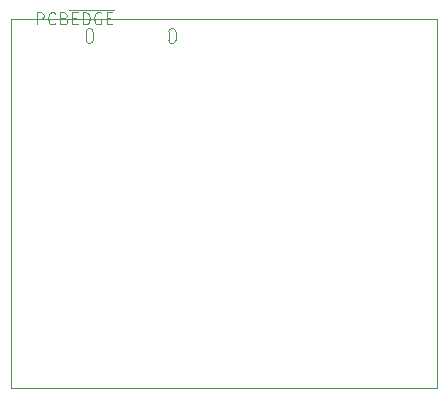
<source format=gbr>
G04 #@! TF.GenerationSoftware,KiCad,Pcbnew,(5.1.4)-1*
G04 #@! TF.CreationDate,2019-09-17T16:39:36-04:00*
G04 #@! TF.ProjectId,led_lock_ctrl,6c65645f-6c6f-4636-9b5f-6374726c2e6b,rev?*
G04 #@! TF.SameCoordinates,Original*
G04 #@! TF.FileFunction,Profile,NP*
%FSLAX46Y46*%
G04 Gerber Fmt 4.6, Leading zero omitted, Abs format (unit mm)*
G04 Created by KiCad (PCBNEW (5.1.4)-1) date 2019-09-17 16:39:36*
%MOMM*%
%LPD*%
G04 APERTURE LIST*
%ADD10C,0.050000*%
%ADD11C,0.000100*%
G04 APERTURE END LIST*
D10*
X162814000Y-119634000D02*
X195580000Y-119634000D01*
X162814000Y-88392000D02*
X162814000Y-119634000D01*
X198882000Y-88392000D02*
X162814000Y-88392000D01*
X198882000Y-119634000D02*
X198882000Y-88392000D01*
X195580000Y-119634000D02*
X198882000Y-119634000D01*
D11*
X169774000Y-89470000D02*
X169774000Y-90170000D01*
X169474000Y-89170000D02*
G75*
G02X169774000Y-89470000I0J-300000D01*
G01*
X169174000Y-89470000D02*
G75*
G02X169474000Y-89170000I300000J0D01*
G01*
X169174000Y-90170000D02*
X169174000Y-89470000D01*
X169474000Y-90470000D02*
G75*
G02X169174000Y-90170000I0J300000D01*
G01*
X169774000Y-90170000D02*
G75*
G02X169474000Y-90470000I-300000J0D01*
G01*
X176774000Y-89470000D02*
X176774000Y-90170000D01*
X176474000Y-89170000D02*
G75*
G02X176774000Y-89470000I0J-300000D01*
G01*
X176174000Y-89470000D02*
G75*
G02X176474000Y-89170000I300000J0D01*
G01*
X176174000Y-90170000D02*
X176174000Y-89470000D01*
X176474000Y-90470000D02*
G75*
G02X176174000Y-90170000I0J300000D01*
G01*
X176774000Y-90170000D02*
G75*
G02X176474000Y-90470000I-300000J0D01*
G01*
D10*
X164999343Y-88819380D02*
X164999343Y-87819380D01*
X165380295Y-87819380D01*
X165475533Y-87867000D01*
X165523152Y-87914619D01*
X165570771Y-88009857D01*
X165570771Y-88152714D01*
X165523152Y-88247952D01*
X165475533Y-88295571D01*
X165380295Y-88343190D01*
X164999343Y-88343190D01*
X166570771Y-88724142D02*
X166523152Y-88771761D01*
X166380295Y-88819380D01*
X166285057Y-88819380D01*
X166142200Y-88771761D01*
X166046962Y-88676523D01*
X165999343Y-88581285D01*
X165951724Y-88390809D01*
X165951724Y-88247952D01*
X165999343Y-88057476D01*
X166046962Y-87962238D01*
X166142200Y-87867000D01*
X166285057Y-87819380D01*
X166380295Y-87819380D01*
X166523152Y-87867000D01*
X166570771Y-87914619D01*
X167332676Y-88295571D02*
X167475533Y-88343190D01*
X167523152Y-88390809D01*
X167570771Y-88486047D01*
X167570771Y-88628904D01*
X167523152Y-88724142D01*
X167475533Y-88771761D01*
X167380295Y-88819380D01*
X166999343Y-88819380D01*
X166999343Y-87819380D01*
X167332676Y-87819380D01*
X167427914Y-87867000D01*
X167475533Y-87914619D01*
X167523152Y-88009857D01*
X167523152Y-88105095D01*
X167475533Y-88200333D01*
X167427914Y-88247952D01*
X167332676Y-88295571D01*
X166999343Y-88295571D01*
X167761248Y-87582000D02*
X168666010Y-87582000D01*
X167999343Y-88295571D02*
X168332676Y-88295571D01*
X168475533Y-88819380D02*
X167999343Y-88819380D01*
X167999343Y-87819380D01*
X168475533Y-87819380D01*
X168666010Y-87582000D02*
X169666010Y-87582000D01*
X168904105Y-88819380D02*
X168904105Y-87819380D01*
X169142200Y-87819380D01*
X169285057Y-87867000D01*
X169380295Y-87962238D01*
X169427914Y-88057476D01*
X169475533Y-88247952D01*
X169475533Y-88390809D01*
X169427914Y-88581285D01*
X169380295Y-88676523D01*
X169285057Y-88771761D01*
X169142200Y-88819380D01*
X168904105Y-88819380D01*
X169666010Y-87582000D02*
X170666010Y-87582000D01*
X170427914Y-87867000D02*
X170332676Y-87819380D01*
X170189819Y-87819380D01*
X170046962Y-87867000D01*
X169951724Y-87962238D01*
X169904105Y-88057476D01*
X169856486Y-88247952D01*
X169856486Y-88390809D01*
X169904105Y-88581285D01*
X169951724Y-88676523D01*
X170046962Y-88771761D01*
X170189819Y-88819380D01*
X170285057Y-88819380D01*
X170427914Y-88771761D01*
X170475533Y-88724142D01*
X170475533Y-88390809D01*
X170285057Y-88390809D01*
X170666010Y-87582000D02*
X171570771Y-87582000D01*
X170904105Y-88295571D02*
X171237438Y-88295571D01*
X171380295Y-88819380D02*
X170904105Y-88819380D01*
X170904105Y-87819380D01*
X171380295Y-87819380D01*
M02*

</source>
